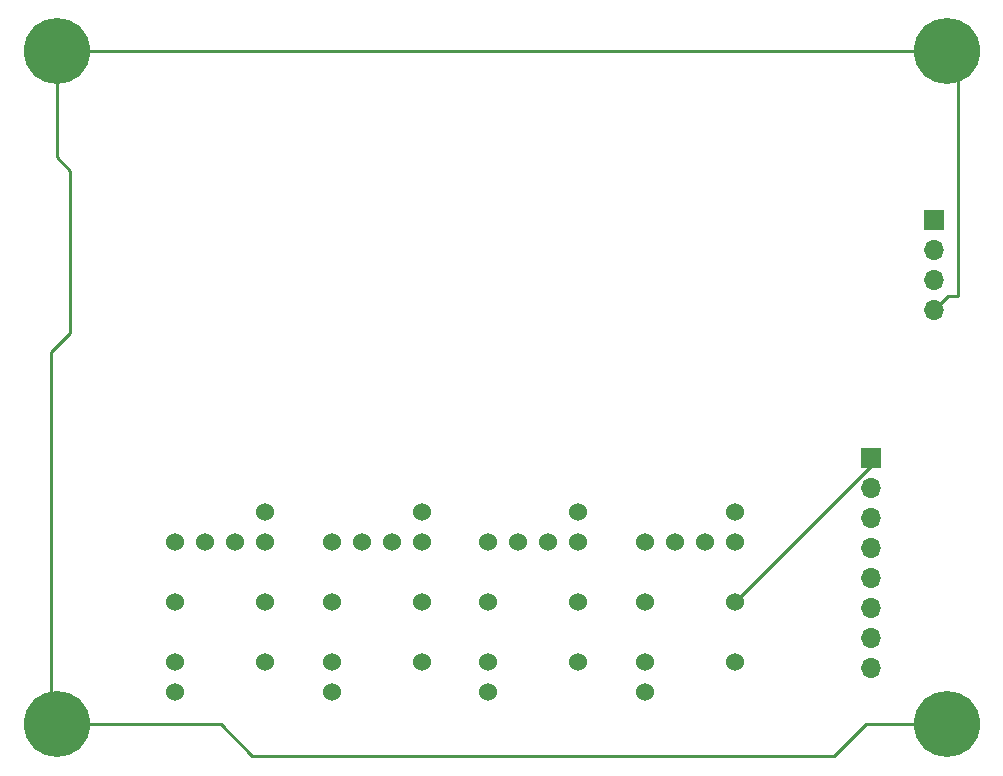
<source format=gbr>
%TF.GenerationSoftware,KiCad,Pcbnew,(5.1.7)-1*%
%TF.CreationDate,2021-12-31T12:19:26+00:00*%
%TF.ProjectId,ControlMenu-PCB,436f6e74-726f-46c4-9d65-6e752d504342,rev?*%
%TF.SameCoordinates,Original*%
%TF.FileFunction,Copper,L2,Bot*%
%TF.FilePolarity,Positive*%
%FSLAX46Y46*%
G04 Gerber Fmt 4.6, Leading zero omitted, Abs format (unit mm)*
G04 Created by KiCad (PCBNEW (5.1.7)-1) date 2021-12-31 12:19:26*
%MOMM*%
%LPD*%
G01*
G04 APERTURE LIST*
%TA.AperFunction,ComponentPad*%
%ADD10C,5.600000*%
%TD*%
%TA.AperFunction,ComponentPad*%
%ADD11C,1.524000*%
%TD*%
%TA.AperFunction,ComponentPad*%
%ADD12O,1.700000X1.700000*%
%TD*%
%TA.AperFunction,ComponentPad*%
%ADD13R,1.700000X1.700000*%
%TD*%
%TA.AperFunction,Conductor*%
%ADD14C,0.250000*%
%TD*%
G04 APERTURE END LIST*
D10*
%TO.P,REF\u002A\u002A,1*%
%TO.N,/GND*%
X192090000Y-153880000D03*
%TD*%
%TO.P,REF\u002A\u002A,1*%
%TO.N,/GND*%
X267420000Y-96880000D03*
%TD*%
%TO.P,REF\u002A\u002A,1*%
%TO.N,/GND*%
X192090000Y-96880000D03*
%TD*%
%TO.P,REF\u002A\u002A,1*%
%TO.N,/GND*%
X267420000Y-153880000D03*
%TD*%
D11*
%TO.P,Enter1,5*%
%TO.N,Net-(Enter1-Pad5)*%
X244415000Y-138415000D03*
%TO.P,Enter1,6*%
%TO.N,Net-(Enter1-Pad6)*%
X246955000Y-138415000D03*
%TO.P,Enter1,7*%
%TO.N,N/C*%
X249495000Y-138415000D03*
%TO.P,Enter1,4*%
X241875000Y-138415000D03*
%TO.P,Enter1,8*%
X249495000Y-135875000D03*
X241875000Y-151115000D03*
%TO.P,Enter1,1*%
%TO.N,/GND*%
X249495000Y-143495000D03*
X241875000Y-143495000D03*
%TO.P,Enter1,3*%
%TO.N,Net-(Enter1-Pad3)*%
X249495000Y-148575000D03*
%TO.P,Enter1,2*%
%TO.N,/Enter*%
X241875000Y-148575000D03*
%TD*%
%TO.P,1s1,5*%
%TO.N,Net-(1s1-Pad5)*%
X231145000Y-138415000D03*
%TO.P,1s1,6*%
%TO.N,Net-(1s1-Pad6)*%
X233685000Y-138415000D03*
%TO.P,1s1,7*%
%TO.N,N/C*%
X236225000Y-138415000D03*
%TO.P,1s1,4*%
X228605000Y-138415000D03*
%TO.P,1s1,8*%
X236225000Y-135875000D03*
X228605000Y-151115000D03*
%TO.P,1s1,1*%
%TO.N,/GND*%
X236225000Y-143495000D03*
X228605000Y-143495000D03*
%TO.P,1s1,3*%
%TO.N,Net-(1s1-Pad3)*%
X236225000Y-148575000D03*
%TO.P,1s1,2*%
%TO.N,/1s*%
X228605000Y-148575000D03*
%TD*%
%TO.P,10s1,5*%
%TO.N,Net-(10s1-Pad5)*%
X217875000Y-138415000D03*
%TO.P,10s1,6*%
%TO.N,Net-(10s1-Pad6)*%
X220415000Y-138415000D03*
%TO.P,10s1,7*%
%TO.N,N/C*%
X222955000Y-138415000D03*
%TO.P,10s1,4*%
X215335000Y-138415000D03*
%TO.P,10s1,8*%
X222955000Y-135875000D03*
X215335000Y-151115000D03*
%TO.P,10s1,1*%
%TO.N,/GND*%
X222955000Y-143495000D03*
X215335000Y-143495000D03*
%TO.P,10s1,3*%
%TO.N,Net-(10s1-Pad3)*%
X222955000Y-148575000D03*
%TO.P,10s1,2*%
%TO.N,/10s*%
X215335000Y-148575000D03*
%TD*%
%TO.P,100s1,5*%
%TO.N,Net-(100s1-Pad5)*%
X204605000Y-138415000D03*
%TO.P,100s1,6*%
%TO.N,Net-(100s1-Pad6)*%
X207145000Y-138415000D03*
%TO.P,100s1,7*%
%TO.N,N/C*%
X209685000Y-138415000D03*
%TO.P,100s1,4*%
X202065000Y-138415000D03*
%TO.P,100s1,8*%
X209685000Y-135875000D03*
X202065000Y-151115000D03*
%TO.P,100s1,1*%
%TO.N,/GND*%
X209685000Y-143495000D03*
X202065000Y-143495000D03*
%TO.P,100s1,3*%
%TO.N,Net-(100s1-Pad3)*%
X209685000Y-148575000D03*
%TO.P,100s1,2*%
%TO.N,/100s*%
X202065000Y-148575000D03*
%TD*%
D12*
%TO.P,J2,4*%
%TO.N,/GND*%
X266320000Y-118800000D03*
%TO.P,J2,3*%
%TO.N,/SCL*%
X266320000Y-116260000D03*
%TO.P,J2,2*%
%TO.N,/SDA*%
X266320000Y-113720000D03*
D13*
%TO.P,J2,1*%
%TO.N,Net-(J1-Pad8)*%
X266320000Y-111180000D03*
%TD*%
D12*
%TO.P,J1,8*%
%TO.N,Net-(J1-Pad8)*%
X260970000Y-149090000D03*
%TO.P,J1,7*%
%TO.N,/100s*%
X260970000Y-146550000D03*
%TO.P,J1,6*%
%TO.N,/10s*%
X260970000Y-144010000D03*
%TO.P,J1,5*%
%TO.N,/1s*%
X260970000Y-141470000D03*
%TO.P,J1,4*%
%TO.N,/Enter*%
X260970000Y-138930000D03*
%TO.P,J1,3*%
%TO.N,/SDA*%
X260970000Y-136390000D03*
%TO.P,J1,2*%
%TO.N,/SCL*%
X260970000Y-133850000D03*
D13*
%TO.P,J1,1*%
%TO.N,/GND*%
X260970000Y-131310000D03*
%TD*%
D14*
%TO.N,/GND*%
X260970000Y-132020000D02*
X249495000Y-143495000D01*
X260970000Y-131310000D02*
X260970000Y-132020000D01*
X267495001Y-117624999D02*
X268405001Y-117624999D01*
X266320000Y-118800000D02*
X267495001Y-117624999D01*
X268405001Y-97865001D02*
X267420000Y-96880000D01*
X268405001Y-117624999D02*
X268405001Y-97865001D01*
X197595012Y-96880000D02*
X192090000Y-96880000D01*
X267420000Y-96880000D02*
X197595012Y-96880000D01*
X192090000Y-96880000D02*
X192090000Y-105860000D01*
X192090000Y-105860000D02*
X193230000Y-107000000D01*
X193230000Y-107000000D02*
X193230000Y-120730000D01*
X193230000Y-120730000D02*
X191600000Y-122360000D01*
X191600000Y-153390000D02*
X192090000Y-153880000D01*
X191600000Y-122360000D02*
X191600000Y-153390000D01*
X192090000Y-153880000D02*
X205940000Y-153880000D01*
X208589990Y-156529990D02*
X257920010Y-156529990D01*
X205940000Y-153880000D02*
X208589990Y-156529990D01*
X260570000Y-153880000D02*
X267420000Y-153880000D01*
X257920010Y-156529990D02*
X260570000Y-153880000D01*
%TD*%
M02*

</source>
